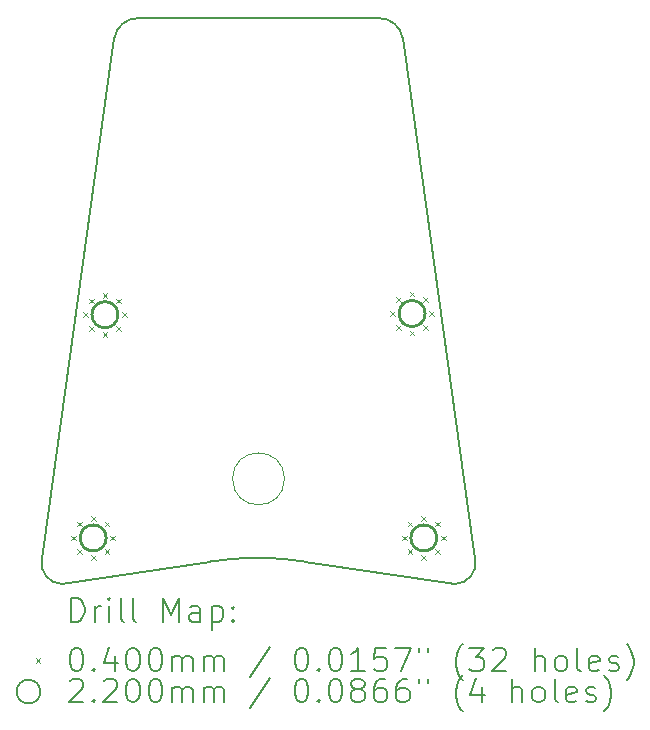
<source format=gbr>
%TF.GenerationSoftware,KiCad,Pcbnew,7.0.7*%
%TF.CreationDate,2024-06-23T03:18:32-04:00*%
%TF.ProjectId,chocV-top,63686f63-562d-4746-9f70-2e6b69636164,rev?*%
%TF.SameCoordinates,Original*%
%TF.FileFunction,Drillmap*%
%TF.FilePolarity,Positive*%
%FSLAX45Y45*%
G04 Gerber Fmt 4.5, Leading zero omitted, Abs format (unit mm)*
G04 Created by KiCad (PCBNEW 7.0.7) date 2024-06-23 03:18:32*
%MOMM*%
%LPD*%
G01*
G04 APERTURE LIST*
%ADD10C,0.050000*%
%ADD11C,0.150000*%
%ADD12C,0.200000*%
%ADD13C,0.040000*%
%ADD14C,0.220000*%
G04 APERTURE END LIST*
D10*
X11220000Y-8800000D02*
G75*
G03*
X11220000Y-8800000I-220000J0D01*
G01*
D11*
X11390000Y-9500000D02*
G75*
G03*
X10589152Y-9500136I-400000J-2500000D01*
G01*
X9163490Y-9474730D02*
G75*
G03*
X9340000Y-9690000I176511J-35270D01*
G01*
X10590000Y-9500000D02*
X9340000Y-9690000D01*
X12660000Y-9690000D02*
X11390000Y-9500000D01*
X12220000Y-5065270D02*
G75*
G03*
X12023038Y-4900000I-196961J-34729D01*
G01*
X12023038Y-4900000D02*
X9976962Y-4900000D01*
X12220000Y-5065270D02*
X12836504Y-9474699D01*
X9163489Y-9474730D02*
X9780000Y-5065270D01*
X12660000Y-9690000D02*
G75*
G03*
X12836504Y-9474699I0J180000D01*
G01*
X9976962Y-4900000D02*
G75*
G03*
X9780000Y-5065270I-1J-199999D01*
G01*
D12*
D13*
X9415000Y-9280000D02*
X9455000Y-9320000D01*
X9455000Y-9280000D02*
X9415000Y-9320000D01*
X9463327Y-9163327D02*
X9503327Y-9203327D01*
X9503327Y-9163327D02*
X9463327Y-9203327D01*
X9463327Y-9396673D02*
X9503327Y-9436673D01*
X9503327Y-9396673D02*
X9463327Y-9436673D01*
X9515000Y-7390000D02*
X9555000Y-7430000D01*
X9555000Y-7390000D02*
X9515000Y-7430000D01*
X9563327Y-7273327D02*
X9603327Y-7313327D01*
X9603327Y-7273327D02*
X9563327Y-7313327D01*
X9563327Y-7506673D02*
X9603327Y-7546673D01*
X9603327Y-7506673D02*
X9563327Y-7546673D01*
X9580000Y-9115000D02*
X9620000Y-9155000D01*
X9620000Y-9115000D02*
X9580000Y-9155000D01*
X9580000Y-9445000D02*
X9620000Y-9485000D01*
X9620000Y-9445000D02*
X9580000Y-9485000D01*
X9680000Y-7225000D02*
X9720000Y-7265000D01*
X9720000Y-7225000D02*
X9680000Y-7265000D01*
X9680000Y-7555000D02*
X9720000Y-7595000D01*
X9720000Y-7555000D02*
X9680000Y-7595000D01*
X9696673Y-9163327D02*
X9736673Y-9203327D01*
X9736673Y-9163327D02*
X9696673Y-9203327D01*
X9696673Y-9396673D02*
X9736673Y-9436673D01*
X9736673Y-9396673D02*
X9696673Y-9436673D01*
X9745000Y-9280000D02*
X9785000Y-9320000D01*
X9785000Y-9280000D02*
X9745000Y-9320000D01*
X9796673Y-7273327D02*
X9836673Y-7313327D01*
X9836673Y-7273327D02*
X9796673Y-7313327D01*
X9796673Y-7506673D02*
X9836673Y-7546673D01*
X9836673Y-7506673D02*
X9796673Y-7546673D01*
X9845000Y-7390000D02*
X9885000Y-7430000D01*
X9885000Y-7390000D02*
X9845000Y-7430000D01*
X12115000Y-7380000D02*
X12155000Y-7420000D01*
X12155000Y-7380000D02*
X12115000Y-7420000D01*
X12163327Y-7263327D02*
X12203327Y-7303327D01*
X12203327Y-7263327D02*
X12163327Y-7303327D01*
X12163327Y-7496673D02*
X12203327Y-7536673D01*
X12203327Y-7496673D02*
X12163327Y-7536673D01*
X12215000Y-9280000D02*
X12255000Y-9320000D01*
X12255000Y-9280000D02*
X12215000Y-9320000D01*
X12263327Y-9163327D02*
X12303327Y-9203327D01*
X12303327Y-9163327D02*
X12263327Y-9203327D01*
X12263327Y-9396673D02*
X12303327Y-9436673D01*
X12303327Y-9396673D02*
X12263327Y-9436673D01*
X12280000Y-7215000D02*
X12320000Y-7255000D01*
X12320000Y-7215000D02*
X12280000Y-7255000D01*
X12280000Y-7545000D02*
X12320000Y-7585000D01*
X12320000Y-7545000D02*
X12280000Y-7585000D01*
X12380000Y-9115000D02*
X12420000Y-9155000D01*
X12420000Y-9115000D02*
X12380000Y-9155000D01*
X12380000Y-9445000D02*
X12420000Y-9485000D01*
X12420000Y-9445000D02*
X12380000Y-9485000D01*
X12396673Y-7263327D02*
X12436673Y-7303327D01*
X12436673Y-7263327D02*
X12396673Y-7303327D01*
X12396673Y-7496673D02*
X12436673Y-7536673D01*
X12436673Y-7496673D02*
X12396673Y-7536673D01*
X12445000Y-7380000D02*
X12485000Y-7420000D01*
X12485000Y-7380000D02*
X12445000Y-7420000D01*
X12496673Y-9163327D02*
X12536673Y-9203327D01*
X12536673Y-9163327D02*
X12496673Y-9203327D01*
X12496673Y-9396673D02*
X12536673Y-9436673D01*
X12536673Y-9396673D02*
X12496673Y-9436673D01*
X12545000Y-9280000D02*
X12585000Y-9320000D01*
X12585000Y-9280000D02*
X12545000Y-9320000D01*
D14*
X9710000Y-9300000D02*
G75*
G03*
X9710000Y-9300000I-110000J0D01*
G01*
X9810000Y-7410000D02*
G75*
G03*
X9810000Y-7410000I-110000J0D01*
G01*
X12410000Y-7400000D02*
G75*
G03*
X12410000Y-7400000I-110000J0D01*
G01*
X12510000Y-9300000D02*
G75*
G03*
X12510000Y-9300000I-110000J0D01*
G01*
D12*
X9413277Y-10008984D02*
X9413277Y-9808984D01*
X9413277Y-9808984D02*
X9460896Y-9808984D01*
X9460896Y-9808984D02*
X9489468Y-9818508D01*
X9489468Y-9818508D02*
X9508515Y-9837555D01*
X9508515Y-9837555D02*
X9518039Y-9856603D01*
X9518039Y-9856603D02*
X9527563Y-9894698D01*
X9527563Y-9894698D02*
X9527563Y-9923270D01*
X9527563Y-9923270D02*
X9518039Y-9961365D01*
X9518039Y-9961365D02*
X9508515Y-9980412D01*
X9508515Y-9980412D02*
X9489468Y-9999460D01*
X9489468Y-9999460D02*
X9460896Y-10008984D01*
X9460896Y-10008984D02*
X9413277Y-10008984D01*
X9613277Y-10008984D02*
X9613277Y-9875650D01*
X9613277Y-9913746D02*
X9622801Y-9894698D01*
X9622801Y-9894698D02*
X9632325Y-9885174D01*
X9632325Y-9885174D02*
X9651372Y-9875650D01*
X9651372Y-9875650D02*
X9670420Y-9875650D01*
X9737087Y-10008984D02*
X9737087Y-9875650D01*
X9737087Y-9808984D02*
X9727563Y-9818508D01*
X9727563Y-9818508D02*
X9737087Y-9828031D01*
X9737087Y-9828031D02*
X9746610Y-9818508D01*
X9746610Y-9818508D02*
X9737087Y-9808984D01*
X9737087Y-9808984D02*
X9737087Y-9828031D01*
X9860896Y-10008984D02*
X9841848Y-9999460D01*
X9841848Y-9999460D02*
X9832325Y-9980412D01*
X9832325Y-9980412D02*
X9832325Y-9808984D01*
X9965658Y-10008984D02*
X9946610Y-9999460D01*
X9946610Y-9999460D02*
X9937087Y-9980412D01*
X9937087Y-9980412D02*
X9937087Y-9808984D01*
X10194229Y-10008984D02*
X10194229Y-9808984D01*
X10194229Y-9808984D02*
X10260896Y-9951841D01*
X10260896Y-9951841D02*
X10327563Y-9808984D01*
X10327563Y-9808984D02*
X10327563Y-10008984D01*
X10508515Y-10008984D02*
X10508515Y-9904222D01*
X10508515Y-9904222D02*
X10498991Y-9885174D01*
X10498991Y-9885174D02*
X10479944Y-9875650D01*
X10479944Y-9875650D02*
X10441848Y-9875650D01*
X10441848Y-9875650D02*
X10422801Y-9885174D01*
X10508515Y-9999460D02*
X10489468Y-10008984D01*
X10489468Y-10008984D02*
X10441848Y-10008984D01*
X10441848Y-10008984D02*
X10422801Y-9999460D01*
X10422801Y-9999460D02*
X10413277Y-9980412D01*
X10413277Y-9980412D02*
X10413277Y-9961365D01*
X10413277Y-9961365D02*
X10422801Y-9942317D01*
X10422801Y-9942317D02*
X10441848Y-9932793D01*
X10441848Y-9932793D02*
X10489468Y-9932793D01*
X10489468Y-9932793D02*
X10508515Y-9923270D01*
X10603753Y-9875650D02*
X10603753Y-10075650D01*
X10603753Y-9885174D02*
X10622801Y-9875650D01*
X10622801Y-9875650D02*
X10660896Y-9875650D01*
X10660896Y-9875650D02*
X10679944Y-9885174D01*
X10679944Y-9885174D02*
X10689468Y-9894698D01*
X10689468Y-9894698D02*
X10698991Y-9913746D01*
X10698991Y-9913746D02*
X10698991Y-9970889D01*
X10698991Y-9970889D02*
X10689468Y-9989936D01*
X10689468Y-9989936D02*
X10679944Y-9999460D01*
X10679944Y-9999460D02*
X10660896Y-10008984D01*
X10660896Y-10008984D02*
X10622801Y-10008984D01*
X10622801Y-10008984D02*
X10603753Y-9999460D01*
X10784706Y-9989936D02*
X10794229Y-9999460D01*
X10794229Y-9999460D02*
X10784706Y-10008984D01*
X10784706Y-10008984D02*
X10775182Y-9999460D01*
X10775182Y-9999460D02*
X10784706Y-9989936D01*
X10784706Y-9989936D02*
X10784706Y-10008984D01*
X10784706Y-9885174D02*
X10794229Y-9894698D01*
X10794229Y-9894698D02*
X10784706Y-9904222D01*
X10784706Y-9904222D02*
X10775182Y-9894698D01*
X10775182Y-9894698D02*
X10784706Y-9885174D01*
X10784706Y-9885174D02*
X10784706Y-9904222D01*
D13*
X9112500Y-10317500D02*
X9152500Y-10357500D01*
X9152500Y-10317500D02*
X9112500Y-10357500D01*
D12*
X9451372Y-10228984D02*
X9470420Y-10228984D01*
X9470420Y-10228984D02*
X9489468Y-10238508D01*
X9489468Y-10238508D02*
X9498991Y-10248031D01*
X9498991Y-10248031D02*
X9508515Y-10267079D01*
X9508515Y-10267079D02*
X9518039Y-10305174D01*
X9518039Y-10305174D02*
X9518039Y-10352793D01*
X9518039Y-10352793D02*
X9508515Y-10390889D01*
X9508515Y-10390889D02*
X9498991Y-10409936D01*
X9498991Y-10409936D02*
X9489468Y-10419460D01*
X9489468Y-10419460D02*
X9470420Y-10428984D01*
X9470420Y-10428984D02*
X9451372Y-10428984D01*
X9451372Y-10428984D02*
X9432325Y-10419460D01*
X9432325Y-10419460D02*
X9422801Y-10409936D01*
X9422801Y-10409936D02*
X9413277Y-10390889D01*
X9413277Y-10390889D02*
X9403753Y-10352793D01*
X9403753Y-10352793D02*
X9403753Y-10305174D01*
X9403753Y-10305174D02*
X9413277Y-10267079D01*
X9413277Y-10267079D02*
X9422801Y-10248031D01*
X9422801Y-10248031D02*
X9432325Y-10238508D01*
X9432325Y-10238508D02*
X9451372Y-10228984D01*
X9603753Y-10409936D02*
X9613277Y-10419460D01*
X9613277Y-10419460D02*
X9603753Y-10428984D01*
X9603753Y-10428984D02*
X9594229Y-10419460D01*
X9594229Y-10419460D02*
X9603753Y-10409936D01*
X9603753Y-10409936D02*
X9603753Y-10428984D01*
X9784706Y-10295650D02*
X9784706Y-10428984D01*
X9737087Y-10219460D02*
X9689468Y-10362317D01*
X9689468Y-10362317D02*
X9813277Y-10362317D01*
X9927563Y-10228984D02*
X9946610Y-10228984D01*
X9946610Y-10228984D02*
X9965658Y-10238508D01*
X9965658Y-10238508D02*
X9975182Y-10248031D01*
X9975182Y-10248031D02*
X9984706Y-10267079D01*
X9984706Y-10267079D02*
X9994229Y-10305174D01*
X9994229Y-10305174D02*
X9994229Y-10352793D01*
X9994229Y-10352793D02*
X9984706Y-10390889D01*
X9984706Y-10390889D02*
X9975182Y-10409936D01*
X9975182Y-10409936D02*
X9965658Y-10419460D01*
X9965658Y-10419460D02*
X9946610Y-10428984D01*
X9946610Y-10428984D02*
X9927563Y-10428984D01*
X9927563Y-10428984D02*
X9908515Y-10419460D01*
X9908515Y-10419460D02*
X9898991Y-10409936D01*
X9898991Y-10409936D02*
X9889468Y-10390889D01*
X9889468Y-10390889D02*
X9879944Y-10352793D01*
X9879944Y-10352793D02*
X9879944Y-10305174D01*
X9879944Y-10305174D02*
X9889468Y-10267079D01*
X9889468Y-10267079D02*
X9898991Y-10248031D01*
X9898991Y-10248031D02*
X9908515Y-10238508D01*
X9908515Y-10238508D02*
X9927563Y-10228984D01*
X10118039Y-10228984D02*
X10137087Y-10228984D01*
X10137087Y-10228984D02*
X10156134Y-10238508D01*
X10156134Y-10238508D02*
X10165658Y-10248031D01*
X10165658Y-10248031D02*
X10175182Y-10267079D01*
X10175182Y-10267079D02*
X10184706Y-10305174D01*
X10184706Y-10305174D02*
X10184706Y-10352793D01*
X10184706Y-10352793D02*
X10175182Y-10390889D01*
X10175182Y-10390889D02*
X10165658Y-10409936D01*
X10165658Y-10409936D02*
X10156134Y-10419460D01*
X10156134Y-10419460D02*
X10137087Y-10428984D01*
X10137087Y-10428984D02*
X10118039Y-10428984D01*
X10118039Y-10428984D02*
X10098991Y-10419460D01*
X10098991Y-10419460D02*
X10089468Y-10409936D01*
X10089468Y-10409936D02*
X10079944Y-10390889D01*
X10079944Y-10390889D02*
X10070420Y-10352793D01*
X10070420Y-10352793D02*
X10070420Y-10305174D01*
X10070420Y-10305174D02*
X10079944Y-10267079D01*
X10079944Y-10267079D02*
X10089468Y-10248031D01*
X10089468Y-10248031D02*
X10098991Y-10238508D01*
X10098991Y-10238508D02*
X10118039Y-10228984D01*
X10270420Y-10428984D02*
X10270420Y-10295650D01*
X10270420Y-10314698D02*
X10279944Y-10305174D01*
X10279944Y-10305174D02*
X10298991Y-10295650D01*
X10298991Y-10295650D02*
X10327563Y-10295650D01*
X10327563Y-10295650D02*
X10346610Y-10305174D01*
X10346610Y-10305174D02*
X10356134Y-10324222D01*
X10356134Y-10324222D02*
X10356134Y-10428984D01*
X10356134Y-10324222D02*
X10365658Y-10305174D01*
X10365658Y-10305174D02*
X10384706Y-10295650D01*
X10384706Y-10295650D02*
X10413277Y-10295650D01*
X10413277Y-10295650D02*
X10432325Y-10305174D01*
X10432325Y-10305174D02*
X10441849Y-10324222D01*
X10441849Y-10324222D02*
X10441849Y-10428984D01*
X10537087Y-10428984D02*
X10537087Y-10295650D01*
X10537087Y-10314698D02*
X10546610Y-10305174D01*
X10546610Y-10305174D02*
X10565658Y-10295650D01*
X10565658Y-10295650D02*
X10594230Y-10295650D01*
X10594230Y-10295650D02*
X10613277Y-10305174D01*
X10613277Y-10305174D02*
X10622801Y-10324222D01*
X10622801Y-10324222D02*
X10622801Y-10428984D01*
X10622801Y-10324222D02*
X10632325Y-10305174D01*
X10632325Y-10305174D02*
X10651372Y-10295650D01*
X10651372Y-10295650D02*
X10679944Y-10295650D01*
X10679944Y-10295650D02*
X10698991Y-10305174D01*
X10698991Y-10305174D02*
X10708515Y-10324222D01*
X10708515Y-10324222D02*
X10708515Y-10428984D01*
X11098991Y-10219460D02*
X10927563Y-10476603D01*
X11356134Y-10228984D02*
X11375182Y-10228984D01*
X11375182Y-10228984D02*
X11394230Y-10238508D01*
X11394230Y-10238508D02*
X11403753Y-10248031D01*
X11403753Y-10248031D02*
X11413277Y-10267079D01*
X11413277Y-10267079D02*
X11422801Y-10305174D01*
X11422801Y-10305174D02*
X11422801Y-10352793D01*
X11422801Y-10352793D02*
X11413277Y-10390889D01*
X11413277Y-10390889D02*
X11403753Y-10409936D01*
X11403753Y-10409936D02*
X11394230Y-10419460D01*
X11394230Y-10419460D02*
X11375182Y-10428984D01*
X11375182Y-10428984D02*
X11356134Y-10428984D01*
X11356134Y-10428984D02*
X11337087Y-10419460D01*
X11337087Y-10419460D02*
X11327563Y-10409936D01*
X11327563Y-10409936D02*
X11318039Y-10390889D01*
X11318039Y-10390889D02*
X11308515Y-10352793D01*
X11308515Y-10352793D02*
X11308515Y-10305174D01*
X11308515Y-10305174D02*
X11318039Y-10267079D01*
X11318039Y-10267079D02*
X11327563Y-10248031D01*
X11327563Y-10248031D02*
X11337087Y-10238508D01*
X11337087Y-10238508D02*
X11356134Y-10228984D01*
X11508515Y-10409936D02*
X11518039Y-10419460D01*
X11518039Y-10419460D02*
X11508515Y-10428984D01*
X11508515Y-10428984D02*
X11498991Y-10419460D01*
X11498991Y-10419460D02*
X11508515Y-10409936D01*
X11508515Y-10409936D02*
X11508515Y-10428984D01*
X11641849Y-10228984D02*
X11660896Y-10228984D01*
X11660896Y-10228984D02*
X11679944Y-10238508D01*
X11679944Y-10238508D02*
X11689468Y-10248031D01*
X11689468Y-10248031D02*
X11698991Y-10267079D01*
X11698991Y-10267079D02*
X11708515Y-10305174D01*
X11708515Y-10305174D02*
X11708515Y-10352793D01*
X11708515Y-10352793D02*
X11698991Y-10390889D01*
X11698991Y-10390889D02*
X11689468Y-10409936D01*
X11689468Y-10409936D02*
X11679944Y-10419460D01*
X11679944Y-10419460D02*
X11660896Y-10428984D01*
X11660896Y-10428984D02*
X11641849Y-10428984D01*
X11641849Y-10428984D02*
X11622801Y-10419460D01*
X11622801Y-10419460D02*
X11613277Y-10409936D01*
X11613277Y-10409936D02*
X11603753Y-10390889D01*
X11603753Y-10390889D02*
X11594230Y-10352793D01*
X11594230Y-10352793D02*
X11594230Y-10305174D01*
X11594230Y-10305174D02*
X11603753Y-10267079D01*
X11603753Y-10267079D02*
X11613277Y-10248031D01*
X11613277Y-10248031D02*
X11622801Y-10238508D01*
X11622801Y-10238508D02*
X11641849Y-10228984D01*
X11898991Y-10428984D02*
X11784706Y-10428984D01*
X11841849Y-10428984D02*
X11841849Y-10228984D01*
X11841849Y-10228984D02*
X11822801Y-10257555D01*
X11822801Y-10257555D02*
X11803753Y-10276603D01*
X11803753Y-10276603D02*
X11784706Y-10286127D01*
X12079944Y-10228984D02*
X11984706Y-10228984D01*
X11984706Y-10228984D02*
X11975182Y-10324222D01*
X11975182Y-10324222D02*
X11984706Y-10314698D01*
X11984706Y-10314698D02*
X12003753Y-10305174D01*
X12003753Y-10305174D02*
X12051372Y-10305174D01*
X12051372Y-10305174D02*
X12070420Y-10314698D01*
X12070420Y-10314698D02*
X12079944Y-10324222D01*
X12079944Y-10324222D02*
X12089468Y-10343270D01*
X12089468Y-10343270D02*
X12089468Y-10390889D01*
X12089468Y-10390889D02*
X12079944Y-10409936D01*
X12079944Y-10409936D02*
X12070420Y-10419460D01*
X12070420Y-10419460D02*
X12051372Y-10428984D01*
X12051372Y-10428984D02*
X12003753Y-10428984D01*
X12003753Y-10428984D02*
X11984706Y-10419460D01*
X11984706Y-10419460D02*
X11975182Y-10409936D01*
X12156134Y-10228984D02*
X12289468Y-10228984D01*
X12289468Y-10228984D02*
X12203753Y-10428984D01*
X12356134Y-10228984D02*
X12356134Y-10267079D01*
X12432325Y-10228984D02*
X12432325Y-10267079D01*
X12727563Y-10505174D02*
X12718039Y-10495650D01*
X12718039Y-10495650D02*
X12698992Y-10467079D01*
X12698992Y-10467079D02*
X12689468Y-10448031D01*
X12689468Y-10448031D02*
X12679944Y-10419460D01*
X12679944Y-10419460D02*
X12670420Y-10371841D01*
X12670420Y-10371841D02*
X12670420Y-10333746D01*
X12670420Y-10333746D02*
X12679944Y-10286127D01*
X12679944Y-10286127D02*
X12689468Y-10257555D01*
X12689468Y-10257555D02*
X12698992Y-10238508D01*
X12698992Y-10238508D02*
X12718039Y-10209936D01*
X12718039Y-10209936D02*
X12727563Y-10200412D01*
X12784706Y-10228984D02*
X12908515Y-10228984D01*
X12908515Y-10228984D02*
X12841849Y-10305174D01*
X12841849Y-10305174D02*
X12870420Y-10305174D01*
X12870420Y-10305174D02*
X12889468Y-10314698D01*
X12889468Y-10314698D02*
X12898992Y-10324222D01*
X12898992Y-10324222D02*
X12908515Y-10343270D01*
X12908515Y-10343270D02*
X12908515Y-10390889D01*
X12908515Y-10390889D02*
X12898992Y-10409936D01*
X12898992Y-10409936D02*
X12889468Y-10419460D01*
X12889468Y-10419460D02*
X12870420Y-10428984D01*
X12870420Y-10428984D02*
X12813277Y-10428984D01*
X12813277Y-10428984D02*
X12794230Y-10419460D01*
X12794230Y-10419460D02*
X12784706Y-10409936D01*
X12984706Y-10248031D02*
X12994230Y-10238508D01*
X12994230Y-10238508D02*
X13013277Y-10228984D01*
X13013277Y-10228984D02*
X13060896Y-10228984D01*
X13060896Y-10228984D02*
X13079944Y-10238508D01*
X13079944Y-10238508D02*
X13089468Y-10248031D01*
X13089468Y-10248031D02*
X13098992Y-10267079D01*
X13098992Y-10267079D02*
X13098992Y-10286127D01*
X13098992Y-10286127D02*
X13089468Y-10314698D01*
X13089468Y-10314698D02*
X12975182Y-10428984D01*
X12975182Y-10428984D02*
X13098992Y-10428984D01*
X13337087Y-10428984D02*
X13337087Y-10228984D01*
X13422801Y-10428984D02*
X13422801Y-10324222D01*
X13422801Y-10324222D02*
X13413277Y-10305174D01*
X13413277Y-10305174D02*
X13394230Y-10295650D01*
X13394230Y-10295650D02*
X13365658Y-10295650D01*
X13365658Y-10295650D02*
X13346611Y-10305174D01*
X13346611Y-10305174D02*
X13337087Y-10314698D01*
X13546611Y-10428984D02*
X13527563Y-10419460D01*
X13527563Y-10419460D02*
X13518039Y-10409936D01*
X13518039Y-10409936D02*
X13508515Y-10390889D01*
X13508515Y-10390889D02*
X13508515Y-10333746D01*
X13508515Y-10333746D02*
X13518039Y-10314698D01*
X13518039Y-10314698D02*
X13527563Y-10305174D01*
X13527563Y-10305174D02*
X13546611Y-10295650D01*
X13546611Y-10295650D02*
X13575182Y-10295650D01*
X13575182Y-10295650D02*
X13594230Y-10305174D01*
X13594230Y-10305174D02*
X13603754Y-10314698D01*
X13603754Y-10314698D02*
X13613277Y-10333746D01*
X13613277Y-10333746D02*
X13613277Y-10390889D01*
X13613277Y-10390889D02*
X13603754Y-10409936D01*
X13603754Y-10409936D02*
X13594230Y-10419460D01*
X13594230Y-10419460D02*
X13575182Y-10428984D01*
X13575182Y-10428984D02*
X13546611Y-10428984D01*
X13727563Y-10428984D02*
X13708515Y-10419460D01*
X13708515Y-10419460D02*
X13698992Y-10400412D01*
X13698992Y-10400412D02*
X13698992Y-10228984D01*
X13879944Y-10419460D02*
X13860896Y-10428984D01*
X13860896Y-10428984D02*
X13822801Y-10428984D01*
X13822801Y-10428984D02*
X13803754Y-10419460D01*
X13803754Y-10419460D02*
X13794230Y-10400412D01*
X13794230Y-10400412D02*
X13794230Y-10324222D01*
X13794230Y-10324222D02*
X13803754Y-10305174D01*
X13803754Y-10305174D02*
X13822801Y-10295650D01*
X13822801Y-10295650D02*
X13860896Y-10295650D01*
X13860896Y-10295650D02*
X13879944Y-10305174D01*
X13879944Y-10305174D02*
X13889468Y-10324222D01*
X13889468Y-10324222D02*
X13889468Y-10343270D01*
X13889468Y-10343270D02*
X13794230Y-10362317D01*
X13965658Y-10419460D02*
X13984706Y-10428984D01*
X13984706Y-10428984D02*
X14022801Y-10428984D01*
X14022801Y-10428984D02*
X14041849Y-10419460D01*
X14041849Y-10419460D02*
X14051373Y-10400412D01*
X14051373Y-10400412D02*
X14051373Y-10390889D01*
X14051373Y-10390889D02*
X14041849Y-10371841D01*
X14041849Y-10371841D02*
X14022801Y-10362317D01*
X14022801Y-10362317D02*
X13994230Y-10362317D01*
X13994230Y-10362317D02*
X13975182Y-10352793D01*
X13975182Y-10352793D02*
X13965658Y-10333746D01*
X13965658Y-10333746D02*
X13965658Y-10324222D01*
X13965658Y-10324222D02*
X13975182Y-10305174D01*
X13975182Y-10305174D02*
X13994230Y-10295650D01*
X13994230Y-10295650D02*
X14022801Y-10295650D01*
X14022801Y-10295650D02*
X14041849Y-10305174D01*
X14118039Y-10505174D02*
X14127563Y-10495650D01*
X14127563Y-10495650D02*
X14146611Y-10467079D01*
X14146611Y-10467079D02*
X14156135Y-10448031D01*
X14156135Y-10448031D02*
X14165658Y-10419460D01*
X14165658Y-10419460D02*
X14175182Y-10371841D01*
X14175182Y-10371841D02*
X14175182Y-10333746D01*
X14175182Y-10333746D02*
X14165658Y-10286127D01*
X14165658Y-10286127D02*
X14156135Y-10257555D01*
X14156135Y-10257555D02*
X14146611Y-10238508D01*
X14146611Y-10238508D02*
X14127563Y-10209936D01*
X14127563Y-10209936D02*
X14118039Y-10200412D01*
X9152500Y-10601500D02*
G75*
G03*
X9152500Y-10601500I-100000J0D01*
G01*
X9403753Y-10512031D02*
X9413277Y-10502508D01*
X9413277Y-10502508D02*
X9432325Y-10492984D01*
X9432325Y-10492984D02*
X9479944Y-10492984D01*
X9479944Y-10492984D02*
X9498991Y-10502508D01*
X9498991Y-10502508D02*
X9508515Y-10512031D01*
X9508515Y-10512031D02*
X9518039Y-10531079D01*
X9518039Y-10531079D02*
X9518039Y-10550127D01*
X9518039Y-10550127D02*
X9508515Y-10578698D01*
X9508515Y-10578698D02*
X9394229Y-10692984D01*
X9394229Y-10692984D02*
X9518039Y-10692984D01*
X9603753Y-10673936D02*
X9613277Y-10683460D01*
X9613277Y-10683460D02*
X9603753Y-10692984D01*
X9603753Y-10692984D02*
X9594229Y-10683460D01*
X9594229Y-10683460D02*
X9603753Y-10673936D01*
X9603753Y-10673936D02*
X9603753Y-10692984D01*
X9689468Y-10512031D02*
X9698991Y-10502508D01*
X9698991Y-10502508D02*
X9718039Y-10492984D01*
X9718039Y-10492984D02*
X9765658Y-10492984D01*
X9765658Y-10492984D02*
X9784706Y-10502508D01*
X9784706Y-10502508D02*
X9794229Y-10512031D01*
X9794229Y-10512031D02*
X9803753Y-10531079D01*
X9803753Y-10531079D02*
X9803753Y-10550127D01*
X9803753Y-10550127D02*
X9794229Y-10578698D01*
X9794229Y-10578698D02*
X9679944Y-10692984D01*
X9679944Y-10692984D02*
X9803753Y-10692984D01*
X9927563Y-10492984D02*
X9946610Y-10492984D01*
X9946610Y-10492984D02*
X9965658Y-10502508D01*
X9965658Y-10502508D02*
X9975182Y-10512031D01*
X9975182Y-10512031D02*
X9984706Y-10531079D01*
X9984706Y-10531079D02*
X9994229Y-10569174D01*
X9994229Y-10569174D02*
X9994229Y-10616793D01*
X9994229Y-10616793D02*
X9984706Y-10654889D01*
X9984706Y-10654889D02*
X9975182Y-10673936D01*
X9975182Y-10673936D02*
X9965658Y-10683460D01*
X9965658Y-10683460D02*
X9946610Y-10692984D01*
X9946610Y-10692984D02*
X9927563Y-10692984D01*
X9927563Y-10692984D02*
X9908515Y-10683460D01*
X9908515Y-10683460D02*
X9898991Y-10673936D01*
X9898991Y-10673936D02*
X9889468Y-10654889D01*
X9889468Y-10654889D02*
X9879944Y-10616793D01*
X9879944Y-10616793D02*
X9879944Y-10569174D01*
X9879944Y-10569174D02*
X9889468Y-10531079D01*
X9889468Y-10531079D02*
X9898991Y-10512031D01*
X9898991Y-10512031D02*
X9908515Y-10502508D01*
X9908515Y-10502508D02*
X9927563Y-10492984D01*
X10118039Y-10492984D02*
X10137087Y-10492984D01*
X10137087Y-10492984D02*
X10156134Y-10502508D01*
X10156134Y-10502508D02*
X10165658Y-10512031D01*
X10165658Y-10512031D02*
X10175182Y-10531079D01*
X10175182Y-10531079D02*
X10184706Y-10569174D01*
X10184706Y-10569174D02*
X10184706Y-10616793D01*
X10184706Y-10616793D02*
X10175182Y-10654889D01*
X10175182Y-10654889D02*
X10165658Y-10673936D01*
X10165658Y-10673936D02*
X10156134Y-10683460D01*
X10156134Y-10683460D02*
X10137087Y-10692984D01*
X10137087Y-10692984D02*
X10118039Y-10692984D01*
X10118039Y-10692984D02*
X10098991Y-10683460D01*
X10098991Y-10683460D02*
X10089468Y-10673936D01*
X10089468Y-10673936D02*
X10079944Y-10654889D01*
X10079944Y-10654889D02*
X10070420Y-10616793D01*
X10070420Y-10616793D02*
X10070420Y-10569174D01*
X10070420Y-10569174D02*
X10079944Y-10531079D01*
X10079944Y-10531079D02*
X10089468Y-10512031D01*
X10089468Y-10512031D02*
X10098991Y-10502508D01*
X10098991Y-10502508D02*
X10118039Y-10492984D01*
X10270420Y-10692984D02*
X10270420Y-10559650D01*
X10270420Y-10578698D02*
X10279944Y-10569174D01*
X10279944Y-10569174D02*
X10298991Y-10559650D01*
X10298991Y-10559650D02*
X10327563Y-10559650D01*
X10327563Y-10559650D02*
X10346610Y-10569174D01*
X10346610Y-10569174D02*
X10356134Y-10588222D01*
X10356134Y-10588222D02*
X10356134Y-10692984D01*
X10356134Y-10588222D02*
X10365658Y-10569174D01*
X10365658Y-10569174D02*
X10384706Y-10559650D01*
X10384706Y-10559650D02*
X10413277Y-10559650D01*
X10413277Y-10559650D02*
X10432325Y-10569174D01*
X10432325Y-10569174D02*
X10441849Y-10588222D01*
X10441849Y-10588222D02*
X10441849Y-10692984D01*
X10537087Y-10692984D02*
X10537087Y-10559650D01*
X10537087Y-10578698D02*
X10546610Y-10569174D01*
X10546610Y-10569174D02*
X10565658Y-10559650D01*
X10565658Y-10559650D02*
X10594230Y-10559650D01*
X10594230Y-10559650D02*
X10613277Y-10569174D01*
X10613277Y-10569174D02*
X10622801Y-10588222D01*
X10622801Y-10588222D02*
X10622801Y-10692984D01*
X10622801Y-10588222D02*
X10632325Y-10569174D01*
X10632325Y-10569174D02*
X10651372Y-10559650D01*
X10651372Y-10559650D02*
X10679944Y-10559650D01*
X10679944Y-10559650D02*
X10698991Y-10569174D01*
X10698991Y-10569174D02*
X10708515Y-10588222D01*
X10708515Y-10588222D02*
X10708515Y-10692984D01*
X11098991Y-10483460D02*
X10927563Y-10740603D01*
X11356134Y-10492984D02*
X11375182Y-10492984D01*
X11375182Y-10492984D02*
X11394230Y-10502508D01*
X11394230Y-10502508D02*
X11403753Y-10512031D01*
X11403753Y-10512031D02*
X11413277Y-10531079D01*
X11413277Y-10531079D02*
X11422801Y-10569174D01*
X11422801Y-10569174D02*
X11422801Y-10616793D01*
X11422801Y-10616793D02*
X11413277Y-10654889D01*
X11413277Y-10654889D02*
X11403753Y-10673936D01*
X11403753Y-10673936D02*
X11394230Y-10683460D01*
X11394230Y-10683460D02*
X11375182Y-10692984D01*
X11375182Y-10692984D02*
X11356134Y-10692984D01*
X11356134Y-10692984D02*
X11337087Y-10683460D01*
X11337087Y-10683460D02*
X11327563Y-10673936D01*
X11327563Y-10673936D02*
X11318039Y-10654889D01*
X11318039Y-10654889D02*
X11308515Y-10616793D01*
X11308515Y-10616793D02*
X11308515Y-10569174D01*
X11308515Y-10569174D02*
X11318039Y-10531079D01*
X11318039Y-10531079D02*
X11327563Y-10512031D01*
X11327563Y-10512031D02*
X11337087Y-10502508D01*
X11337087Y-10502508D02*
X11356134Y-10492984D01*
X11508515Y-10673936D02*
X11518039Y-10683460D01*
X11518039Y-10683460D02*
X11508515Y-10692984D01*
X11508515Y-10692984D02*
X11498991Y-10683460D01*
X11498991Y-10683460D02*
X11508515Y-10673936D01*
X11508515Y-10673936D02*
X11508515Y-10692984D01*
X11641849Y-10492984D02*
X11660896Y-10492984D01*
X11660896Y-10492984D02*
X11679944Y-10502508D01*
X11679944Y-10502508D02*
X11689468Y-10512031D01*
X11689468Y-10512031D02*
X11698991Y-10531079D01*
X11698991Y-10531079D02*
X11708515Y-10569174D01*
X11708515Y-10569174D02*
X11708515Y-10616793D01*
X11708515Y-10616793D02*
X11698991Y-10654889D01*
X11698991Y-10654889D02*
X11689468Y-10673936D01*
X11689468Y-10673936D02*
X11679944Y-10683460D01*
X11679944Y-10683460D02*
X11660896Y-10692984D01*
X11660896Y-10692984D02*
X11641849Y-10692984D01*
X11641849Y-10692984D02*
X11622801Y-10683460D01*
X11622801Y-10683460D02*
X11613277Y-10673936D01*
X11613277Y-10673936D02*
X11603753Y-10654889D01*
X11603753Y-10654889D02*
X11594230Y-10616793D01*
X11594230Y-10616793D02*
X11594230Y-10569174D01*
X11594230Y-10569174D02*
X11603753Y-10531079D01*
X11603753Y-10531079D02*
X11613277Y-10512031D01*
X11613277Y-10512031D02*
X11622801Y-10502508D01*
X11622801Y-10502508D02*
X11641849Y-10492984D01*
X11822801Y-10578698D02*
X11803753Y-10569174D01*
X11803753Y-10569174D02*
X11794230Y-10559650D01*
X11794230Y-10559650D02*
X11784706Y-10540603D01*
X11784706Y-10540603D02*
X11784706Y-10531079D01*
X11784706Y-10531079D02*
X11794230Y-10512031D01*
X11794230Y-10512031D02*
X11803753Y-10502508D01*
X11803753Y-10502508D02*
X11822801Y-10492984D01*
X11822801Y-10492984D02*
X11860896Y-10492984D01*
X11860896Y-10492984D02*
X11879944Y-10502508D01*
X11879944Y-10502508D02*
X11889468Y-10512031D01*
X11889468Y-10512031D02*
X11898991Y-10531079D01*
X11898991Y-10531079D02*
X11898991Y-10540603D01*
X11898991Y-10540603D02*
X11889468Y-10559650D01*
X11889468Y-10559650D02*
X11879944Y-10569174D01*
X11879944Y-10569174D02*
X11860896Y-10578698D01*
X11860896Y-10578698D02*
X11822801Y-10578698D01*
X11822801Y-10578698D02*
X11803753Y-10588222D01*
X11803753Y-10588222D02*
X11794230Y-10597746D01*
X11794230Y-10597746D02*
X11784706Y-10616793D01*
X11784706Y-10616793D02*
X11784706Y-10654889D01*
X11784706Y-10654889D02*
X11794230Y-10673936D01*
X11794230Y-10673936D02*
X11803753Y-10683460D01*
X11803753Y-10683460D02*
X11822801Y-10692984D01*
X11822801Y-10692984D02*
X11860896Y-10692984D01*
X11860896Y-10692984D02*
X11879944Y-10683460D01*
X11879944Y-10683460D02*
X11889468Y-10673936D01*
X11889468Y-10673936D02*
X11898991Y-10654889D01*
X11898991Y-10654889D02*
X11898991Y-10616793D01*
X11898991Y-10616793D02*
X11889468Y-10597746D01*
X11889468Y-10597746D02*
X11879944Y-10588222D01*
X11879944Y-10588222D02*
X11860896Y-10578698D01*
X12070420Y-10492984D02*
X12032325Y-10492984D01*
X12032325Y-10492984D02*
X12013277Y-10502508D01*
X12013277Y-10502508D02*
X12003753Y-10512031D01*
X12003753Y-10512031D02*
X11984706Y-10540603D01*
X11984706Y-10540603D02*
X11975182Y-10578698D01*
X11975182Y-10578698D02*
X11975182Y-10654889D01*
X11975182Y-10654889D02*
X11984706Y-10673936D01*
X11984706Y-10673936D02*
X11994230Y-10683460D01*
X11994230Y-10683460D02*
X12013277Y-10692984D01*
X12013277Y-10692984D02*
X12051372Y-10692984D01*
X12051372Y-10692984D02*
X12070420Y-10683460D01*
X12070420Y-10683460D02*
X12079944Y-10673936D01*
X12079944Y-10673936D02*
X12089468Y-10654889D01*
X12089468Y-10654889D02*
X12089468Y-10607270D01*
X12089468Y-10607270D02*
X12079944Y-10588222D01*
X12079944Y-10588222D02*
X12070420Y-10578698D01*
X12070420Y-10578698D02*
X12051372Y-10569174D01*
X12051372Y-10569174D02*
X12013277Y-10569174D01*
X12013277Y-10569174D02*
X11994230Y-10578698D01*
X11994230Y-10578698D02*
X11984706Y-10588222D01*
X11984706Y-10588222D02*
X11975182Y-10607270D01*
X12260896Y-10492984D02*
X12222801Y-10492984D01*
X12222801Y-10492984D02*
X12203753Y-10502508D01*
X12203753Y-10502508D02*
X12194230Y-10512031D01*
X12194230Y-10512031D02*
X12175182Y-10540603D01*
X12175182Y-10540603D02*
X12165658Y-10578698D01*
X12165658Y-10578698D02*
X12165658Y-10654889D01*
X12165658Y-10654889D02*
X12175182Y-10673936D01*
X12175182Y-10673936D02*
X12184706Y-10683460D01*
X12184706Y-10683460D02*
X12203753Y-10692984D01*
X12203753Y-10692984D02*
X12241849Y-10692984D01*
X12241849Y-10692984D02*
X12260896Y-10683460D01*
X12260896Y-10683460D02*
X12270420Y-10673936D01*
X12270420Y-10673936D02*
X12279944Y-10654889D01*
X12279944Y-10654889D02*
X12279944Y-10607270D01*
X12279944Y-10607270D02*
X12270420Y-10588222D01*
X12270420Y-10588222D02*
X12260896Y-10578698D01*
X12260896Y-10578698D02*
X12241849Y-10569174D01*
X12241849Y-10569174D02*
X12203753Y-10569174D01*
X12203753Y-10569174D02*
X12184706Y-10578698D01*
X12184706Y-10578698D02*
X12175182Y-10588222D01*
X12175182Y-10588222D02*
X12165658Y-10607270D01*
X12356134Y-10492984D02*
X12356134Y-10531079D01*
X12432325Y-10492984D02*
X12432325Y-10531079D01*
X12727563Y-10769174D02*
X12718039Y-10759650D01*
X12718039Y-10759650D02*
X12698992Y-10731079D01*
X12698992Y-10731079D02*
X12689468Y-10712031D01*
X12689468Y-10712031D02*
X12679944Y-10683460D01*
X12679944Y-10683460D02*
X12670420Y-10635841D01*
X12670420Y-10635841D02*
X12670420Y-10597746D01*
X12670420Y-10597746D02*
X12679944Y-10550127D01*
X12679944Y-10550127D02*
X12689468Y-10521555D01*
X12689468Y-10521555D02*
X12698992Y-10502508D01*
X12698992Y-10502508D02*
X12718039Y-10473936D01*
X12718039Y-10473936D02*
X12727563Y-10464412D01*
X12889468Y-10559650D02*
X12889468Y-10692984D01*
X12841849Y-10483460D02*
X12794230Y-10626317D01*
X12794230Y-10626317D02*
X12918039Y-10626317D01*
X13146611Y-10692984D02*
X13146611Y-10492984D01*
X13232325Y-10692984D02*
X13232325Y-10588222D01*
X13232325Y-10588222D02*
X13222801Y-10569174D01*
X13222801Y-10569174D02*
X13203754Y-10559650D01*
X13203754Y-10559650D02*
X13175182Y-10559650D01*
X13175182Y-10559650D02*
X13156134Y-10569174D01*
X13156134Y-10569174D02*
X13146611Y-10578698D01*
X13356134Y-10692984D02*
X13337087Y-10683460D01*
X13337087Y-10683460D02*
X13327563Y-10673936D01*
X13327563Y-10673936D02*
X13318039Y-10654889D01*
X13318039Y-10654889D02*
X13318039Y-10597746D01*
X13318039Y-10597746D02*
X13327563Y-10578698D01*
X13327563Y-10578698D02*
X13337087Y-10569174D01*
X13337087Y-10569174D02*
X13356134Y-10559650D01*
X13356134Y-10559650D02*
X13384706Y-10559650D01*
X13384706Y-10559650D02*
X13403754Y-10569174D01*
X13403754Y-10569174D02*
X13413277Y-10578698D01*
X13413277Y-10578698D02*
X13422801Y-10597746D01*
X13422801Y-10597746D02*
X13422801Y-10654889D01*
X13422801Y-10654889D02*
X13413277Y-10673936D01*
X13413277Y-10673936D02*
X13403754Y-10683460D01*
X13403754Y-10683460D02*
X13384706Y-10692984D01*
X13384706Y-10692984D02*
X13356134Y-10692984D01*
X13537087Y-10692984D02*
X13518039Y-10683460D01*
X13518039Y-10683460D02*
X13508515Y-10664412D01*
X13508515Y-10664412D02*
X13508515Y-10492984D01*
X13689468Y-10683460D02*
X13670420Y-10692984D01*
X13670420Y-10692984D02*
X13632325Y-10692984D01*
X13632325Y-10692984D02*
X13613277Y-10683460D01*
X13613277Y-10683460D02*
X13603754Y-10664412D01*
X13603754Y-10664412D02*
X13603754Y-10588222D01*
X13603754Y-10588222D02*
X13613277Y-10569174D01*
X13613277Y-10569174D02*
X13632325Y-10559650D01*
X13632325Y-10559650D02*
X13670420Y-10559650D01*
X13670420Y-10559650D02*
X13689468Y-10569174D01*
X13689468Y-10569174D02*
X13698992Y-10588222D01*
X13698992Y-10588222D02*
X13698992Y-10607270D01*
X13698992Y-10607270D02*
X13603754Y-10626317D01*
X13775182Y-10683460D02*
X13794230Y-10692984D01*
X13794230Y-10692984D02*
X13832325Y-10692984D01*
X13832325Y-10692984D02*
X13851373Y-10683460D01*
X13851373Y-10683460D02*
X13860896Y-10664412D01*
X13860896Y-10664412D02*
X13860896Y-10654889D01*
X13860896Y-10654889D02*
X13851373Y-10635841D01*
X13851373Y-10635841D02*
X13832325Y-10626317D01*
X13832325Y-10626317D02*
X13803754Y-10626317D01*
X13803754Y-10626317D02*
X13784706Y-10616793D01*
X13784706Y-10616793D02*
X13775182Y-10597746D01*
X13775182Y-10597746D02*
X13775182Y-10588222D01*
X13775182Y-10588222D02*
X13784706Y-10569174D01*
X13784706Y-10569174D02*
X13803754Y-10559650D01*
X13803754Y-10559650D02*
X13832325Y-10559650D01*
X13832325Y-10559650D02*
X13851373Y-10569174D01*
X13927563Y-10769174D02*
X13937087Y-10759650D01*
X13937087Y-10759650D02*
X13956135Y-10731079D01*
X13956135Y-10731079D02*
X13965658Y-10712031D01*
X13965658Y-10712031D02*
X13975182Y-10683460D01*
X13975182Y-10683460D02*
X13984706Y-10635841D01*
X13984706Y-10635841D02*
X13984706Y-10597746D01*
X13984706Y-10597746D02*
X13975182Y-10550127D01*
X13975182Y-10550127D02*
X13965658Y-10521555D01*
X13965658Y-10521555D02*
X13956135Y-10502508D01*
X13956135Y-10502508D02*
X13937087Y-10473936D01*
X13937087Y-10473936D02*
X13927563Y-10464412D01*
M02*

</source>
